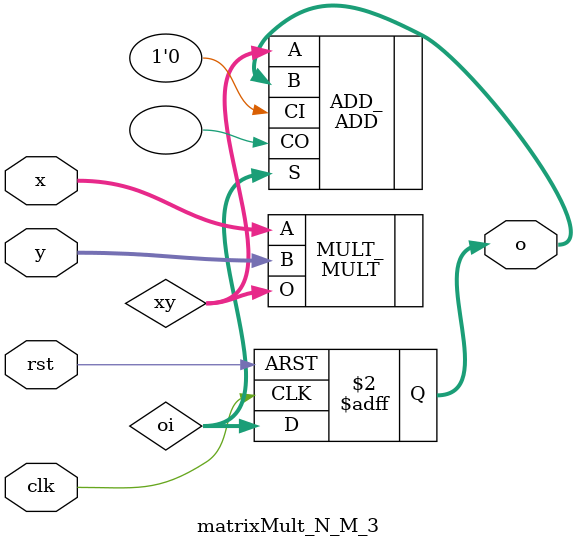
<source format=v>
`timescale 1ns / 1ps
module matrixMult_N_M_3
#(
	parameter N=3,
	parameter M=32
)
(
	clk,
	rst,
	x,
	y,
	o
);
	input clk,rst;
	input[M-1:0] x;
	input[M-1:0] y;
	output reg[M-1:0] o;

	wire [M-1:0] xy;
	wire [M-1:0] oi;
	
	//assign xy = x*y;
	MULT 
	#(
		.N(M)
	) 
	MULT_ 
	(
		.A(x), 
		.B(y), 
		.O(xy)
	);
	
	
	ADD 
	#(
		.N(M)
	) 
	ADD_ 
	(
		.A(xy), 
		.B(o), 
		.CI(1'b0), 
		.S(oi), 
		.CO()
	);

	always@(posedge clk or posedge rst)
	begin
		if(rst)
		begin
			o <= 'b0;
		end
		else
		begin
			o <= oi;
		end
	end
endmodule

</source>
